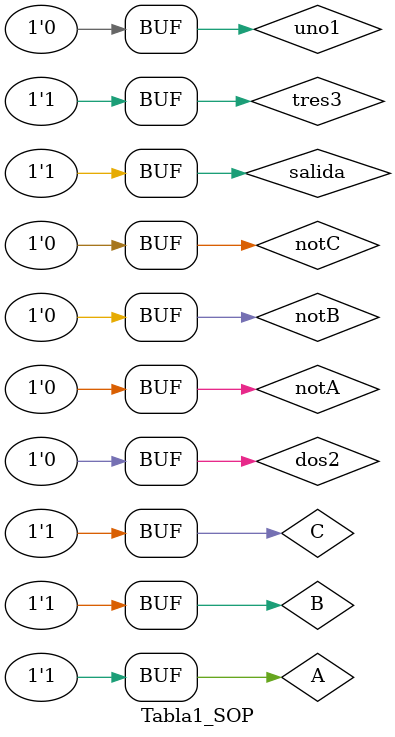
<source format=v>
module Tabla1_SOP();

reg A, B, C;
wire notA, notB, notC, uno1, dos2, tres3, salida;

not a(notA, A);
not b(notB, B);
not c(notC, C);

and uno(uno1, notA, notB, C);
and dos(dos2, A, B, notC);
and tres(tres3, A, B, C);

or ultima(salida, uno1, dos2, tres3);

initial begin

$display("| A B C | Y |");
$display("|-------|---|");
$monitor("| %b %b %b | %b |", A, B, C, salida);
A = 0; B = 0; C = 0;
#1 C = 1;
#1 B = 1; C = 0;
#1 C = 1;
#1 A = 1; B = 0; C = 0;
#1 C = 1;
#1 B = 1; C = 0;
#1 C = 1;

end

endmodule

</source>
